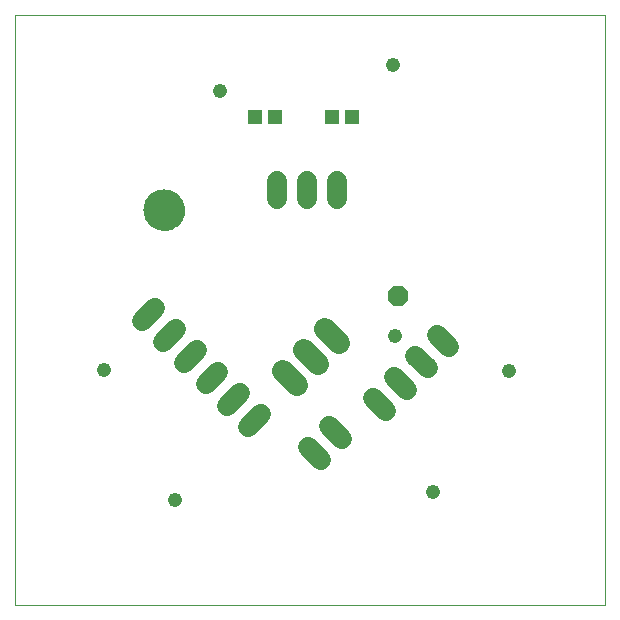
<source format=gts>
G75*
%MOIN*%
%OFA0B0*%
%FSLAX24Y24*%
%IPPOS*%
%LPD*%
%AMOC8*
5,1,8,0,0,1.08239X$1,22.5*
%
%ADD10C,0.0000*%
%ADD11C,0.0680*%
%ADD12OC8,0.0680*%
%ADD13C,0.0740*%
%ADD14C,0.1380*%
%ADD15R,0.0513X0.0474*%
%ADD16C,0.0476*%
D10*
X000100Y000100D02*
X000100Y019785D01*
X019785Y019785D01*
X019785Y000100D01*
X000100Y000100D01*
X004439Y013261D02*
X004441Y013311D01*
X004447Y013361D01*
X004457Y013411D01*
X004470Y013459D01*
X004487Y013507D01*
X004508Y013553D01*
X004532Y013597D01*
X004560Y013639D01*
X004591Y013679D01*
X004625Y013716D01*
X004662Y013751D01*
X004701Y013782D01*
X004742Y013811D01*
X004786Y013836D01*
X004832Y013858D01*
X004879Y013876D01*
X004927Y013890D01*
X004976Y013901D01*
X005026Y013908D01*
X005076Y013911D01*
X005127Y013910D01*
X005177Y013905D01*
X005227Y013896D01*
X005275Y013884D01*
X005323Y013867D01*
X005369Y013847D01*
X005414Y013824D01*
X005457Y013797D01*
X005497Y013767D01*
X005535Y013734D01*
X005570Y013698D01*
X005603Y013659D01*
X005632Y013618D01*
X005658Y013575D01*
X005681Y013530D01*
X005700Y013483D01*
X005715Y013435D01*
X005727Y013386D01*
X005735Y013336D01*
X005739Y013286D01*
X005739Y013236D01*
X005735Y013186D01*
X005727Y013136D01*
X005715Y013087D01*
X005700Y013039D01*
X005681Y012992D01*
X005658Y012947D01*
X005632Y012904D01*
X005603Y012863D01*
X005570Y012824D01*
X005535Y012788D01*
X005497Y012755D01*
X005457Y012725D01*
X005414Y012698D01*
X005369Y012675D01*
X005323Y012655D01*
X005275Y012638D01*
X005227Y012626D01*
X005177Y012617D01*
X005127Y012612D01*
X005076Y012611D01*
X005026Y012614D01*
X004976Y012621D01*
X004927Y012632D01*
X004879Y012646D01*
X004832Y012664D01*
X004786Y012686D01*
X004742Y012711D01*
X004701Y012740D01*
X004662Y012771D01*
X004625Y012806D01*
X004591Y012843D01*
X004560Y012883D01*
X004532Y012925D01*
X004508Y012969D01*
X004487Y013015D01*
X004470Y013063D01*
X004457Y013111D01*
X004447Y013161D01*
X004441Y013211D01*
X004439Y013261D01*
D11*
X004764Y010010D02*
X004340Y009586D01*
X005047Y008879D02*
X005471Y009303D01*
X006179Y008596D02*
X005754Y008171D01*
X006461Y007464D02*
X006886Y007889D01*
X007593Y007181D02*
X007169Y006757D01*
X007876Y006050D02*
X008300Y006474D01*
X009874Y005369D02*
X010299Y004944D01*
X011006Y005651D02*
X010581Y006076D01*
X012037Y007001D02*
X012461Y006577D01*
X013169Y007284D02*
X012744Y007709D01*
X013451Y008416D02*
X013876Y007991D01*
X014583Y008699D02*
X014159Y009123D01*
X010840Y013640D02*
X010840Y014240D01*
X009840Y014240D02*
X009840Y013640D01*
X008840Y013640D02*
X008840Y014240D01*
D12*
X012880Y010400D03*
D13*
X010908Y008856D02*
X010442Y009323D01*
X009734Y008616D02*
X010201Y008149D01*
X009494Y007442D02*
X009027Y007908D01*
D14*
X005089Y013261D03*
D15*
X008095Y016380D03*
X008765Y016380D03*
X010675Y016370D03*
X011345Y016370D03*
D16*
X012700Y018110D03*
X006930Y017230D03*
X012760Y009070D03*
X016560Y007910D03*
X014040Y003870D03*
X005440Y003610D03*
X003060Y007930D03*
M02*

</source>
